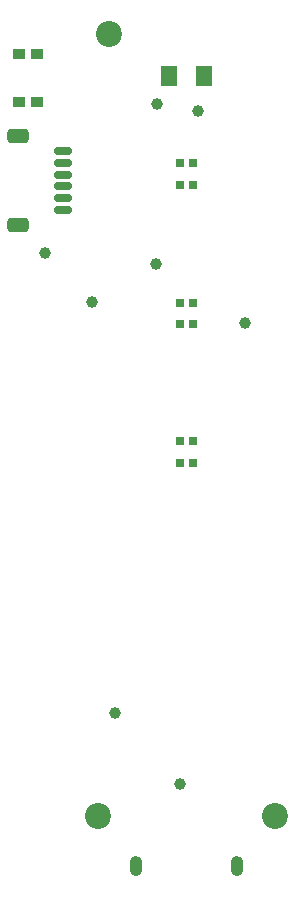
<source format=gbs>
G04 #@! TF.GenerationSoftware,KiCad,Pcbnew,8.0.7*
G04 #@! TF.CreationDate,2025-08-07T07:41:48-04:00*
G04 #@! TF.ProjectId,room_environment_monitor,726f6f6d-5f65-46e7-9669-726f6e6d656e,rev?*
G04 #@! TF.SameCoordinates,Original*
G04 #@! TF.FileFunction,Soldermask,Bot*
G04 #@! TF.FilePolarity,Negative*
%FSLAX46Y46*%
G04 Gerber Fmt 4.6, Leading zero omitted, Abs format (unit mm)*
G04 Created by KiCad (PCBNEW 8.0.7) date 2025-08-07 07:41:48*
%MOMM*%
%LPD*%
G01*
G04 APERTURE LIST*
G04 Aperture macros list*
%AMRoundRect*
0 Rectangle with rounded corners*
0 $1 Rounding radius*
0 $2 $3 $4 $5 $6 $7 $8 $9 X,Y pos of 4 corners*
0 Add a 4 corners polygon primitive as box body*
4,1,4,$2,$3,$4,$5,$6,$7,$8,$9,$2,$3,0*
0 Add four circle primitives for the rounded corners*
1,1,$1+$1,$2,$3*
1,1,$1+$1,$4,$5*
1,1,$1+$1,$6,$7*
1,1,$1+$1,$8,$9*
0 Add four rect primitives between the rounded corners*
20,1,$1+$1,$2,$3,$4,$5,0*
20,1,$1+$1,$4,$5,$6,$7,0*
20,1,$1+$1,$6,$7,$8,$9,0*
20,1,$1+$1,$8,$9,$2,$3,0*%
G04 Aperture macros list end*
%ADD10R,1.000000X0.900000*%
%ADD11C,2.200000*%
%ADD12O,1.066800X1.701800*%
%ADD13C,1.000000*%
%ADD14R,0.700000X0.700000*%
%ADD15RoundRect,0.250001X0.462499X0.624999X-0.462499X0.624999X-0.462499X-0.624999X0.462499X-0.624999X0*%
%ADD16RoundRect,0.150000X0.625000X-0.150000X0.625000X0.150000X-0.625000X0.150000X-0.625000X-0.150000X0*%
%ADD17RoundRect,0.250000X0.650000X-0.350000X0.650000X0.350000X-0.650000X0.350000X-0.650000X-0.350000X0*%
G04 APERTURE END LIST*
D10*
X97400000Y-78250000D03*
X97400000Y-74150000D03*
X95800000Y-78250000D03*
X95800000Y-74150000D03*
D11*
X102500000Y-138700000D03*
X117500000Y-138700000D03*
X103500000Y-72500000D03*
D12*
X114269999Y-142900001D03*
X105730001Y-142900001D03*
D13*
X111000000Y-79000000D03*
X102000000Y-95200000D03*
D14*
X110550000Y-108815000D03*
X109450000Y-108815000D03*
X109450000Y-106985000D03*
X110550000Y-106985000D03*
D15*
X111525000Y-76050000D03*
X108550000Y-76050000D03*
D14*
X110550000Y-97065000D03*
X109450000Y-97065000D03*
X109450000Y-95235000D03*
X110550000Y-95235000D03*
D13*
X98000000Y-91000000D03*
X115000000Y-97000000D03*
X107400000Y-92000000D03*
D16*
X99600000Y-87400000D03*
X99600000Y-86400000D03*
X99600000Y-85400000D03*
X99600000Y-84400000D03*
X99600000Y-83400000D03*
X99600000Y-82400000D03*
D17*
X95725000Y-88700000D03*
X95725000Y-81100000D03*
D13*
X104000000Y-130000000D03*
D14*
X110550000Y-85265000D03*
X109450000Y-85265000D03*
X109450000Y-83435000D03*
X110550000Y-83435000D03*
D13*
X107500000Y-78400000D03*
X109470000Y-136000000D03*
M02*

</source>
